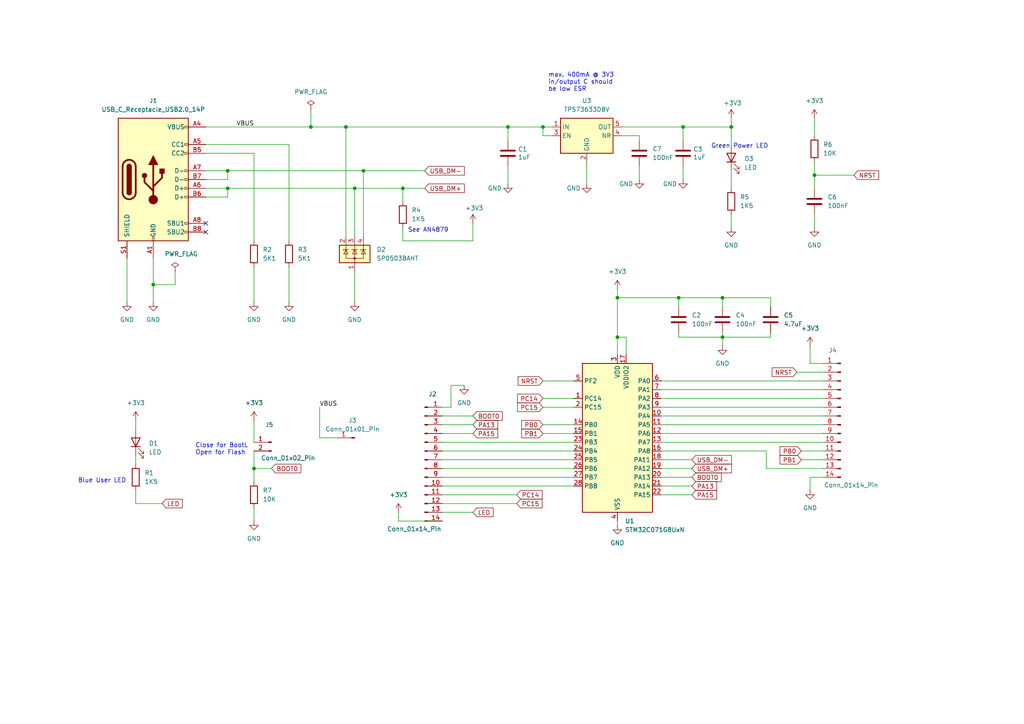
<source format=kicad_sch>
(kicad_sch (version 20231120) (generator "eeschema") (generator_version "8.0")
  (paper "A4")
  (title_block (title "Tiny STM32C071 Development Board") (date "2025-02-05") (rev "0.1") (company "HT-LAB"))
  (lib_symbols
    (symbol "Connector:Conn_01x01_Pin" (pin_names (offset 1.016) hide)
      (property "Reference" "J" (at 0 2.54 0))
      (property "Value" "Conn_01x01_Pin" (at 0 -2.54 0))
      (symbol "Conn_01x01_Pin_1_1"
        (polyline (pts (xy 1.27 0) (xy 0.8636 0)) (stroke (width 0.1524)))
        (rectangle (start 0.8636 0.127) (end 0 -0.127) (stroke (width 0.1524)) (fill (type outline)))
        (pin passive line (at 5.08 0 180) (length 3.81) (name "Pin_1") (number "1"))
      )
    )
    (symbol "Connector:Conn_01x02_Pin" (pin_names (offset 1.016) hide)
      (property "Reference" "J" (at 0 2.54 0))
      (property "Value" "Conn_01x02_Pin" (at 0 -5.08 0))
      (symbol "Conn_01x02_Pin_1_1"
        (polyline (pts (xy 1.27 -2.54) (xy 0.8636 -2.54)) (stroke (width 0.1524)))
        (polyline (pts (xy 1.27 0) (xy 0.8636 0)) (stroke (width 0.1524)))
        (rectangle (start 0.8636 -2.413) (end 0 -2.667) (stroke (width 0.1524)) (fill (type outline)))
        (rectangle (start 0.8636 0.127) (end 0 -0.127) (stroke (width 0.1524)) (fill (type outline)))
        (pin passive line (at 5.08 0 180) (length 3.81) (name "Pin_1") (number "1"))
        (pin passive line (at 5.08 -2.54 180) (length 3.81) (name "Pin_2") (number "2"))
      )
    )
    (symbol "Connector:Conn_01x14_Pin" (pin_names (offset 1.016) hide)
      (property "Reference" "J" (at 0 17.78 0))
      (property "Value" "Conn_01x14_Pin" (at 0 -20.32 0))
      (symbol "Conn_01x14_Pin_1_1"
        (polyline (pts (xy 1.27 -17.78) (xy 0.8636 -17.78)) (stroke (width 0.1524)))
        (polyline (pts (xy 1.27 -15.24) (xy 0.8636 -15.24)) (stroke (width 0.1524)))
        (polyline (pts (xy 1.27 -12.7) (xy 0.8636 -12.7)) (stroke (width 0.1524)))
        (polyline (pts (xy 1.27 -10.16) (xy 0.8636 -10.16)) (stroke (width 0.1524)))
        (polyline (pts (xy 1.27 -7.62) (xy 0.8636 -7.62)) (stroke (width 0.1524)))
        (polyline (pts (xy 1.27 -5.08) (xy 0.8636 -5.08)) (stroke (width 0.1524)))
        (polyline (pts (xy 1.27 -2.54) (xy 0.8636 -2.54)) (stroke (width 0.1524)))
        (polyline (pts (xy 1.27 0) (xy 0.8636 0)) (stroke (width 0.1524)))
        (polyline (pts (xy 1.27 2.54) (xy 0.8636 2.54)) (stroke (width 0.1524)))
        (polyline (pts (xy 1.27 5.08) (xy 0.8636 5.08)) (stroke (width 0.1524)))
        (polyline (pts (xy 1.27 7.62) (xy 0.8636 7.62)) (stroke (width 0.1524)))
        (polyline (pts (xy 1.27 10.16) (xy 0.8636 10.16)) (stroke (width 0.1524)))
        (polyline (pts (xy 1.27 12.7) (xy 0.8636 12.7)) (stroke (width 0.1524)))
        (polyline (pts (xy 1.27 15.24) (xy 0.8636 15.24)) (stroke (width 0.1524)))
        (rectangle (start 0.8636 -17.653) (end 0 -17.907) (stroke (width 0.1524)) (fill (type outline)))
        (rectangle (start 0.8636 -15.113) (end 0 -15.367) (stroke (width 0.1524)) (fill (type outline)))
        (rectangle (start 0.8636 -12.573) (end 0 -12.827) (stroke (width 0.1524)) (fill (type outline)))
        (rectangle (start 0.8636 -10.033) (end 0 -10.287) (stroke (width 0.1524)) (fill (type outline)))
        (rectangle (start 0.8636 -7.493) (end 0 -7.747) (stroke (width 0.1524)) (fill (type outline)))
        (rectangle (start 0.8636 -4.953) (end 0 -5.207) (stroke (width 0.1524)) (fill (type outline)))
        (rectangle (start 0.8636 -2.413) (end 0 -2.667) (stroke (width 0.1524)) (fill (type outline)))
        (rectangle (start 0.8636 0.127) (end 0 -0.127) (stroke (width 0.1524)) (fill (type outline)))
        (rectangle (start 0.8636 2.667) (end 0 2.413) (stroke (width 0.1524)) (fill (type outline)))
        (rectangle (start 0.8636 5.207) (end 0 4.953) (stroke (width 0.1524)) (fill (type outline)))
        (rectangle (start 0.8636 7.747) (end 0 7.493) (stroke (width 0.1524)) (fill (type outline)))
        (rectangle (start 0.8636 10.287) (end 0 10.033) (stroke (width 0.1524)) (fill (type outline)))
        (rectangle (start 0.8636 12.827) (end 0 12.573) (stroke (width 0.1524)) (fill (type outline)))
        (rectangle (start 0.8636 15.367) (end 0 15.113) (stroke (width 0.1524)) (fill (type outline)))
        (pin passive line (at 5.08 15.24 180) (length 3.81) (name "Pin_1") (number "1"))
        (pin passive line (at 5.08 -7.62 180) (length 3.81) (name "Pin_10") (number "10"))
        (pin passive line (at 5.08 -10.16 180) (length 3.81) (name "Pin_11") (number "11"))
        (pin passive line (at 5.08 -12.7 180) (length 3.81) (name "Pin_12") (number "12"))
        (pin passive line (at 5.08 -15.24 180) (length 3.81) (name "Pin_13") (number "13"))
        (pin passive line (at 5.08 -17.78 180) (length 3.81) (name "Pin_14") (number "14"))
        (pin passive line (at 5.08 12.7 180) (length 3.81) (name "Pin_2") (number "2"))
        (pin passive line (at 5.08 10.16 180) (length 3.81) (name "Pin_3") (number "3"))
        (pin passive line (at 5.08 7.62 180) (length 3.81) (name "Pin_4") (number "4"))
        (pin passive line (at 5.08 5.08 180) (length 3.81) (name "Pin_5") (number "5"))
        (pin passive line (at 5.08 2.54 180) (length 3.81) (name "Pin_6") (number "6"))
        (pin passive line (at 5.08 0 180) (length 3.81) (name "Pin_7") (number "7"))
        (pin passive line (at 5.08 -2.54 180) (length 3.81) (name "Pin_8") (number "8"))
        (pin passive line (at 5.08 -5.08 180) (length 3.81) (name "Pin_9") (number "9"))
      )
    )
    (symbol "Connector:USB_C_Receptacle_USB2.0_16P" (pin_names (offset 1.016))
      (property "Reference" "J" (at 0 22.225 0))
      (property "Value" "USB_C_Receptacle_USB2.0_16P" (at 0 19.685 0))
      (symbol "USB_C_Receptacle_USB2.0_16P_0_0"
        (rectangle (start -0.254 -17.78) (end 0.254 -16.764))
        (rectangle (start 10.16 -14.986) (end 9.144 -15.494))
        (rectangle (start 10.16 -12.446) (end 9.144 -12.954))
        (rectangle (start 10.16 -4.826) (end 9.144 -5.334))
        (rectangle (start 10.16 -2.286) (end 9.144 -2.794))
        (rectangle (start 10.16 0.254) (end 9.144 -0.254))
        (rectangle (start 10.16 2.794) (end 9.144 2.286))
        (rectangle (start 10.16 7.874) (end 9.144 7.366))
        (rectangle (start 10.16 10.414) (end 9.144 9.906))
        (rectangle (start 10.16 15.494) (end 9.144 14.986))
      )
      (symbol "USB_C_Receptacle_USB2.0_16P_0_1"
        (rectangle (start -10.16 17.78) (end 10.16 -17.78) (stroke (width 0.254)) (fill (type background)))
        (arc (start -8.89 -3.81) (mid -6.985 -5.7067) (end -5.08 -3.81) (stroke (width 0.508)))
        (arc (start -7.62 -3.81) (mid -6.985 -4.4423) (end -6.35 -3.81) (stroke (width 0.254)))
        (arc (start -7.62 -3.81) (mid -6.985 -4.4423) (end -6.35 -3.81) (stroke (width 0.254)) (fill (type outline)))
        (rectangle (start -7.62 -3.81) (end -6.35 3.81) (stroke (width 0.254)) (fill (type outline)))
        (arc (start -6.35 3.81) (mid -6.985 4.4423) (end -7.62 3.81) (stroke (width 0.254)))
        (arc (start -6.35 3.81) (mid -6.985 4.4423) (end -7.62 3.81) (stroke (width 0.254)) (fill (type outline)))
        (arc (start -5.08 3.81) (mid -6.985 5.7067) (end -8.89 3.81) (stroke (width 0.508)))
        (circle (center -2.54 1.143) (radius 0.635) (stroke (width 0.254)) (fill (type outline)))
        (circle (center 0 -5.842) (radius 1.27) (fill (type outline)))
        (polyline (pts (xy -8.89 -3.81) (xy -8.89 3.81)) (stroke (width 0.508)))
        (polyline (pts (xy -5.08 3.81) (xy -5.08 -3.81)) (stroke (width 0.508)))
        (polyline (pts (xy 0 -5.842) (xy 0 4.318)) (stroke (width 0.508)))
        (polyline (pts (xy 0 -3.302) (xy -2.54 -0.762) (xy -2.54 0.508)) (stroke (width 0.508)))
        (polyline (pts (xy 0 -2.032) (xy 2.54 0.508) (xy 2.54 1.778)) (stroke (width 0.508)))
        (polyline (pts (xy -1.27 4.318) (xy 0 6.858) (xy 1.27 4.318) (xy -1.27 4.318)) (stroke (width 0.254)) (fill (type outline)))
        (rectangle (start 1.905 1.778) (end 3.175 3.048) (stroke (width 0.254)) (fill (type outline)))
      )
      (symbol "USB_C_Receptacle_USB2.0_16P_1_1"
        (pin passive line (at 0 -22.86 90) (length 5.08) (name "GND") (number "A1"))
        (pin passive line (at 0 -22.86 90) (length 5.08) hide (name "GND") (number "A12"))
        (pin passive line (at 15.24 15.24 180) (length 5.08) (name "VBUS") (number "A4"))
        (pin bidirectional line (at 15.24 10.16 180) (length 5.08) (name "CC1") (number "A5"))
        (pin bidirectional line (at 15.24 -2.54 180) (length 5.08) (name "D+") (number "A6"))
        (pin bidirectional line (at 15.24 2.54 180) (length 5.08) (name "D-") (number "A7"))
        (pin bidirectional line (at 15.24 -12.7 180) (length 5.08) (name "SBU1") (number "A8"))
        (pin passive line (at 15.24 15.24 180) (length 5.08) hide (name "VBUS") (number "A9"))
        (pin passive line (at 0 -22.86 90) (length 5.08) hide (name "GND") (number "B1"))
        (pin passive line (at 0 -22.86 90) (length 5.08) hide (name "GND") (number "B12"))
        (pin passive line (at 15.24 15.24 180) (length 5.08) hide (name "VBUS") (number "B4"))
        (pin bidirectional line (at 15.24 7.62 180) (length 5.08) (name "CC2") (number "B5"))
        (pin bidirectional line (at 15.24 -5.08 180) (length 5.08) (name "D+") (number "B6"))
        (pin bidirectional line (at 15.24 0 180) (length 5.08) (name "D-") (number "B7"))
        (pin bidirectional line (at 15.24 -15.24 180) (length 5.08) (name "SBU2") (number "B8"))
        (pin passive line (at 15.24 15.24 180) (length 5.08) hide (name "VBUS") (number "B9"))
        (pin passive line (at -7.62 -22.86 90) (length 5.08) (name "SHIELD") (number "S1"))
      )
    )
    (symbol "Device:C" (pin_numbers hide) (pin_names (offset 0.254))
      (property "Reference" "C" (at 0.635 2.54 0))
      (property "Value" "C" (at 0.635 -2.54 0))
      (symbol "C_0_1"
        (polyline (pts (xy -2.032 -0.762) (xy 2.032 -0.762)) (stroke (width 0.508)))
        (polyline (pts (xy -2.032 0.762) (xy 2.032 0.762)) (stroke (width 0.508)))
      )
      (symbol "C_1_1"
        (pin passive line (at 0 3.81 270) (length 2.794) (name "~") (number "1"))
        (pin passive line (at 0 -3.81 90) (length 2.794) (name "~") (number "2"))
      )
    )
    (symbol "Device:LED" (pin_numbers hide) (pin_names (offset 1.016) hide)
      (property "Reference" "D" (at 0 2.54 0))
      (property "Value" "LED" (at 0 -2.54 0))
      (symbol "LED_0_1"
        (polyline (pts (xy -1.27 -1.27) (xy -1.27 1.27)) (stroke (width 0.254)))
        (polyline (pts (xy -1.27 0) (xy 1.27 0)))
        (polyline (pts (xy 1.27 -1.27) (xy 1.27 1.27) (xy -1.27 0) (xy 1.27 -1.27)) (stroke (width 0.254)))
        (polyline (pts (xy -3.048 -0.762) (xy -4.572 -2.286) (xy -3.81 -2.286) (xy -4.572 -2.286) (xy -4.572 -1.524)))
        (polyline (pts (xy -1.778 -0.762) (xy -3.302 -2.286) (xy -2.54 -2.286) (xy -3.302 -2.286) (xy -3.302 -1.524)))
      )
      (symbol "LED_1_1"
        (pin passive line (at -3.81 0 0) (length 2.54) (name "K") (number "1"))
        (pin passive line (at 3.81 0 180) (length 2.54) (name "A") (number "2"))
      )
    )
    (symbol "Device:R" (pin_numbers hide) (pin_names (offset 0))
      (property "Reference" "R" (at 2.032 0 90))
      (property "Value" "R" (at 0 0 90))
      (symbol "R_0_1"
        (rectangle (start -1.016 -2.54) (end 1.016 2.54) (stroke (width 0.254)))
      )
      (symbol "R_1_1"
        (pin passive line (at 0 3.81 270) (length 1.27) (name "~") (number "1"))
        (pin passive line (at 0 -3.81 90) (length 1.27) (name "~") (number "2"))
      )
    )
    (symbol "MCU_ST_STM32C0:STM32C071G8UxN"
      (property "Reference" "U" (at -10.16 24.13 0))
      (property "Value" "STM32C071G8UxN" (at 5.08 24.13 0))
      (symbol "STM32C071G8UxN_0_1"
        (rectangle (start -10.16 -20.32) (end 10.16 22.86) (stroke (width 0.254)) (fill (type background)))
      )
      (symbol "STM32C071G8UxN_1_1"
        (pin bidirectional line (at -12.7 12.7 0) (length 2.54) (name "PC14") (number "1"))
        (pin bidirectional line (at 12.7 7.62 180) (length 2.54) (name "PA4") (number "10"))
        (pin bidirectional line (at 12.7 5.08 180) (length 2.54) (name "PA5") (number "11"))
        (pin bidirectional line (at 12.7 2.54 180) (length 2.54) (name "PA6") (number "12"))
        (pin bidirectional line (at 12.7 0 180) (length 2.54) (name "PA7") (number "13"))
        (pin bidirectional line (at -12.7 5.08 0) (length 2.54) (name "PB0") (number "14"))
        (pin bidirectional line (at -12.7 2.54 0) (length 2.54) (name "PB1") (number "15"))
        (pin bidirectional line (at 12.7 -2.54 180) (length 2.54) (name "PA8") (number "16"))
        (pin power_in line (at 2.54 25.4 270) (length 2.54) (name "VDDIO2") (number "17"))
        (pin bidirectional line (at 12.7 -5.08 180) (length 2.54) (name "PA11") (number "18"))
        (pin bidirectional line (at 12.7 -7.62 180) (length 2.54) (name "PA12") (number "19"))
        (pin bidirectional line (at -12.7 10.16 0) (length 2.54) (name "PC15") (number "2"))
        (pin bidirectional line (at 12.7 -10.16 180) (length 2.54) (name "PA13") (number "20"))
        (pin bidirectional line (at 12.7 -12.7 180) (length 2.54) (name "PA14") (number "21"))
        (pin bidirectional line (at 12.7 -15.24 180) (length 2.54) (name "PA15") (number "22"))
        (pin bidirectional line (at -12.7 0 0) (length 2.54) (name "PB3") (number "23"))
        (pin bidirectional line (at -12.7 -2.54 0) (length 2.54) (name "PB4") (number "24"))
        (pin bidirectional line (at -12.7 -5.08 0) (length 2.54) (name "PB5") (number "25"))
        (pin bidirectional line (at -12.7 -7.62 0) (length 2.54) (name "PB6") (number "26"))
        (pin bidirectional line (at -12.7 -10.16 0) (length 2.54) (name "PB7") (number "27"))
        (pin bidirectional line (at -12.7 -12.7 0) (length 2.54) (name "PB8") (number "28"))
        (pin power_in line (at 0 25.4 270) (length 2.54) (name "VDD") (number "3"))
        (pin power_in line (at 0 -22.86 90) (length 2.54) (name "VSS") (number "4"))
        (pin bidirectional line (at -12.7 17.78 0) (length 2.54) (name "PF2") (number "5"))
        (pin bidirectional line (at 12.7 17.78 180) (length 2.54) (name "PA0") (number "6"))
        (pin bidirectional line (at 12.7 15.24 180) (length 2.54) (name "PA1") (number "7"))
        (pin bidirectional line (at 12.7 12.7 180) (length 2.54) (name "PA2") (number "8"))
        (pin bidirectional line (at 12.7 10.16 180) (length 2.54) (name "PA3") (number "9"))
      )
    )
    (symbol "Power_Protection:SP0503BAHT" (pin_names hide)
      (property "Reference" "D" (at 5.715 2.54 0))
      (property "Value" "SP0503BAHT" (at 5.715 0.635 0))
      (symbol "SP0503BAHT_0_0"
        (pin passive line (at 0 -5.08 90) (length 2.54) (name "A") (number "1"))
      )
      (symbol "SP0503BAHT_0_1"
        (rectangle (start -4.445 2.54) (end 4.445 -2.54) (stroke (width 0.254)) (fill (type background)))
        (circle (center 0 -1.27) (radius 0.254) (fill (type outline)))
        (polyline (pts (xy -2.54 2.54) (xy -2.54 1.27)))
        (polyline (pts (xy 0 -1.27) (xy 0 -2.54)))
        (polyline (pts (xy 0 -1.27) (xy 0 1.27)))
        (polyline (pts (xy 0 2.54) (xy 0 1.27)))
        (polyline (pts (xy 0.635 1.27) (xy 0.762 1.27)))
        (polyline (pts (xy 2.54 2.54) (xy 2.54 1.27)))
        (polyline (pts (xy 0.635 1.27) (xy -0.762 1.27) (xy -0.762 1.016)))
        (polyline (pts (xy -3.302 1.016) (xy -3.302 1.27) (xy -1.905 1.27) (xy -1.778 1.27)))
        (polyline (pts (xy -2.54 1.27) (xy -2.54 -1.27) (xy 2.54 -1.27) (xy 2.54 1.27)))
        (polyline (pts (xy -2.54 1.27) (xy -1.905 0) (xy -3.175 0) (xy -2.54 1.27)))
        (polyline (pts (xy 0.635 0) (xy -0.635 0) (xy 0 1.27) (xy 0.635 0)))
        (polyline (pts (xy 1.778 1.016) (xy 1.778 1.27) (xy 3.175 1.27) (xy 3.302 1.27)))
        (polyline (pts (xy 2.54 1.27) (xy 1.905 0) (xy 3.175 0) (xy 2.54 1.27)))
      )
      (symbol "SP0503BAHT_1_1"
        (pin passive line (at -2.54 5.08 270) (length 2.54) (name "K") (number "2"))
        (pin passive line (at 0 5.08 270) (length 2.54) (name "K") (number "3"))
        (pin passive line (at 2.54 5.08 270) (length 2.54) (name "K") (number "4"))
      )
    )
    (symbol "Regulator_Linear:TPS73633DBV"
      (property "Reference" "U" (at -6.35 6.35 0))
      (property "Value" "TPS73633DBV" (at 1.27 6.35 0))
      (symbol "TPS73633DBV_0_1"
        (rectangle (start -7.62 -5.08) (end 7.62 5.08) (stroke (width 0.254)) (fill (type background)))
      )
      (symbol "TPS73633DBV_1_1"
        (pin power_in line (at -10.16 2.54 0) (length 2.54) (name "IN") (number "1"))
        (pin power_in line (at 0 -7.62 90) (length 2.54) (name "GND") (number "2"))
        (pin input line (at -10.16 0 0) (length 2.54) (name "EN") (number "3"))
        (pin passive line (at 10.16 0 180) (length 2.54) (name "NR") (number "4"))
        (pin power_out line (at 10.16 2.54 180) (length 2.54) (name "OUT") (number "5"))
      )
    )
    (symbol "power:+3V3" (power) (pin_numbers hide) (pin_names (offset 0) hide)
      (property "Value" "+3V3" (at 0 3.556 0))
      (symbol "+3V3_0_1"
        (polyline (pts (xy -0.762 1.27) (xy 0 2.54)))
        (polyline (pts (xy 0 0) (xy 0 2.54)))
        (polyline (pts (xy 0 2.54) (xy 0.762 1.27)))
      )
      (symbol "+3V3_1_1"
        (pin power_in line (at 0 0 90) (length 0) (name "~") (number "1"))
      )
    )
    (symbol "power:GND" (power) (pin_numbers hide) (pin_names (offset 0) hide)
      (property "Value" "GND" (at 0 -3.81 0))
      (symbol "GND_0_1"
        (polyline (pts (xy 0 0) (xy 0 -1.27) (xy 1.27 -1.27) (xy 0 -2.54) (xy -1.27 -1.27) (xy 0 -1.27)))
      )
      (symbol "GND_1_1"
        (pin power_in line (at 0 0 270) (length 0) (name "~") (number "1"))
      )
    )
    (symbol "power:PWR_FLAG" (power) (pin_numbers hide) (pin_names (offset 0) hide)
      (property "Value" "PWR_FLAG" (at 0 3.81 0))
      (symbol "PWR_FLAG_0_0"
        (pin power_out line (at 0 0 90) (length 0) (name "~") (number "1"))
      )
      (symbol "PWR_FLAG_0_1"
        (polyline (pts (xy 0 0) (xy 0 1.27) (xy -1.016 1.905) (xy 0 2.54) (xy 1.016 1.905) (xy 0 1.27)))
      )
    )
  )
  (junction (at 100.33 36.83))
  (junction (at 209.55 97.79))
  (junction (at 236.22 50.8))
  (junction (at 44.45 82.55))
  (junction (at 73.66 135.89))
  (junction (at 196.85 86.36))
  (junction (at 66.04 54.61))
  (junction (at 116.84 54.61))
  (junction (at 102.87 54.61))
  (junction (at 179.07 97.79))
  (junction (at 212.09 36.83))
  (junction (at 179.07 86.36))
  (junction (at 157.48 36.83))
  (junction (at 209.55 86.36))
  (junction (at 105.41 49.53))
  (junction (at 66.04 49.53))
  (junction (at 147.32 36.83))
  (junction (at 90.17 36.83))
  (junction (at 198.12 36.83))
  (no_connect (at 59.69 67.31))
  (no_connect (at 59.69 64.77))
  (wire (pts (xy 39.37 142.24) (xy 39.37 146.05)))
  (wire (pts (xy 36.83 74.93) (xy 36.83 87.63)))
  (wire (pts (xy 128.27 135.89) (xy 166.37 135.89)))
  (wire (pts (xy 73.66 121.92) (xy 73.66 128.27)))
  (wire (pts (xy 59.69 41.91) (xy 83.82 41.91)))
  (wire (pts (xy 50.8 82.55) (xy 44.45 82.55)))
  (wire (pts (xy 128.27 118.11) (xy 130.81 118.11)))
  (wire (pts (xy 198.12 36.83) (xy 198.12 40.64)))
  (wire (pts (xy 209.55 88.9) (xy 209.55 86.36)))
  (wire (pts (xy 59.69 52.07) (xy 66.04 52.07)))
  (wire (pts (xy 102.87 54.61) (xy 102.87 68.58)))
  (wire (pts (xy 185.42 39.37) (xy 185.42 40.64)))
  (wire (pts (xy 223.52 96.52) (xy 223.52 97.79)))
  (wire (pts (xy 223.52 88.9) (xy 223.52 86.36)))
  (wire (pts (xy 105.41 49.53) (xy 105.41 68.58)))
  (wire (pts (xy 115.57 151.13) (xy 115.57 148.59)))
  (wire (pts (xy 191.77 110.49) (xy 238.76 110.49)))
  (wire (pts (xy 234.95 138.43) (xy 234.95 142.24)))
  (wire (pts (xy 73.66 135.89) (xy 73.66 139.7)))
  (wire (pts (xy 59.69 49.53) (xy 66.04 49.53)))
  (wire (pts (xy 50.8 78.74) (xy 50.8 82.55)))
  (wire (pts (xy 170.18 46.99) (xy 170.18 53.34)))
  (wire (pts (xy 90.17 36.83) (xy 59.69 36.83)))
  (wire (pts (xy 198.12 48.26) (xy 198.12 52.07)))
  (wire (pts (xy 157.48 36.83) (xy 160.02 36.83)))
  (wire (pts (xy 128.27 151.13) (xy 115.57 151.13)))
  (wire (pts (xy 209.55 97.79) (xy 196.85 97.79)))
  (wire (pts (xy 105.41 49.53) (xy 123.19 49.53)))
  (wire (pts (xy 191.77 140.97) (xy 200.66 140.97)))
  (wire (pts (xy 157.48 110.49) (xy 166.37 110.49)))
  (wire (pts (xy 157.48 118.11) (xy 166.37 118.11)))
  (wire (pts (xy 209.55 96.52) (xy 209.55 97.79)))
  (wire (pts (xy 128.27 140.97) (xy 166.37 140.97)))
  (wire (pts (xy 128.27 133.35) (xy 166.37 133.35)))
  (wire (pts (xy 191.77 113.03) (xy 238.76 113.03)))
  (wire (pts (xy 179.07 97.79) (xy 179.07 102.87)))
  (wire (pts (xy 157.48 123.19) (xy 166.37 123.19)))
  (wire (pts (xy 116.84 66.04) (xy 116.84 69.85)))
  (wire (pts (xy 66.04 49.53) (xy 105.41 49.53)))
  (wire (pts (xy 231.14 107.95) (xy 238.76 107.95)))
  (wire (pts (xy 102.87 78.74) (xy 102.87 87.63)))
  (wire (pts (xy 191.77 118.11) (xy 238.76 118.11)))
  (wire (pts (xy 59.69 44.45) (xy 73.66 44.45)))
  (wire (pts (xy 83.82 41.91) (xy 83.82 69.85)))
  (wire (pts (xy 39.37 121.92) (xy 39.37 124.46)))
  (wire (pts (xy 191.77 130.81) (xy 222.25 130.81)))
  (wire (pts (xy 181.61 102.87) (xy 181.61 97.79)))
  (wire (pts (xy 130.81 118.11) (xy 130.81 111.76)))
  (wire (pts (xy 236.22 50.8) (xy 236.22 54.61)))
  (wire (pts (xy 232.41 133.35) (xy 238.76 133.35)))
  (wire (pts (xy 180.34 36.83) (xy 198.12 36.83)))
  (wire (pts (xy 128.27 143.51) (xy 149.86 143.51)))
  (wire (pts (xy 179.07 86.36) (xy 179.07 97.79)))
  (wire (pts (xy 191.77 133.35) (xy 200.66 133.35)))
  (wire (pts (xy 100.33 36.83) (xy 90.17 36.83)))
  (wire (pts (xy 147.32 48.26) (xy 147.32 53.34)))
  (wire (pts (xy 157.48 125.73) (xy 166.37 125.73)))
  (wire (pts (xy 92.71 118.11) (xy 92.71 127)))
  (wire (pts (xy 236.22 34.29) (xy 236.22 39.37)))
  (wire (pts (xy 179.07 83.82) (xy 179.07 86.36)))
  (wire (pts (xy 191.77 125.73) (xy 238.76 125.73)))
  (wire (pts (xy 128.27 148.59) (xy 137.16 148.59)))
  (wire (pts (xy 83.82 77.47) (xy 83.82 87.63)))
  (wire (pts (xy 212.09 36.83) (xy 212.09 41.91)))
  (wire (pts (xy 222.25 135.89) (xy 238.76 135.89)))
  (wire (pts (xy 191.77 128.27) (xy 238.76 128.27)))
  (wire (pts (xy 128.27 128.27) (xy 166.37 128.27)))
  (wire (pts (xy 128.27 125.73) (xy 137.16 125.73)))
  (wire (pts (xy 66.04 54.61) (xy 102.87 54.61)))
  (wire (pts (xy 196.85 86.36) (xy 209.55 86.36)))
  (wire (pts (xy 78.74 135.89) (xy 73.66 135.89)))
  (wire (pts (xy 128.27 138.43) (xy 166.37 138.43)))
  (wire (pts (xy 147.32 36.83) (xy 147.32 40.64)))
  (wire (pts (xy 236.22 46.99) (xy 236.22 50.8)))
  (wire (pts (xy 59.69 54.61) (xy 66.04 54.61)))
  (wire (pts (xy 116.84 69.85) (xy 137.16 69.85)))
  (wire (pts (xy 196.85 86.36) (xy 196.85 88.9)))
  (wire (pts (xy 130.81 111.76) (xy 134.62 111.76)))
  (wire (pts (xy 128.27 123.19) (xy 137.16 123.19)))
  (wire (pts (xy 73.66 130.81) (xy 73.66 135.89)))
  (wire (pts (xy 157.48 39.37) (xy 157.48 36.83)))
  (wire (pts (xy 128.27 130.81) (xy 166.37 130.81)))
  (wire (pts (xy 223.52 86.36) (xy 209.55 86.36)))
  (wire (pts (xy 212.09 36.83) (xy 212.09 34.29)))
  (wire (pts (xy 191.77 120.65) (xy 238.76 120.65)))
  (wire (pts (xy 196.85 97.79) (xy 196.85 96.52)))
  (wire (pts (xy 179.07 151.13) (xy 179.07 152.4)))
  (wire (pts (xy 147.32 36.83) (xy 157.48 36.83)))
  (wire (pts (xy 191.77 143.51) (xy 200.66 143.51)))
  (wire (pts (xy 73.66 147.32) (xy 73.66 151.13)))
  (wire (pts (xy 128.27 146.05) (xy 149.86 146.05)))
  (wire (pts (xy 97.79 127) (xy 92.71 127)))
  (wire (pts (xy 90.17 31.75) (xy 90.17 36.83)))
  (wire (pts (xy 137.16 64.77) (xy 137.16 69.85)))
  (wire (pts (xy 212.09 49.53) (xy 212.09 54.61)))
  (wire (pts (xy 180.34 39.37) (xy 185.42 39.37)))
  (wire (pts (xy 39.37 146.05) (xy 46.99 146.05)))
  (wire (pts (xy 191.77 135.89) (xy 200.66 135.89)))
  (wire (pts (xy 66.04 52.07) (xy 66.04 49.53)))
  (wire (pts (xy 236.22 50.8) (xy 247.65 50.8)))
  (wire (pts (xy 209.55 97.79) (xy 209.55 100.33)))
  (wire (pts (xy 116.84 54.61) (xy 123.19 54.61)))
  (wire (pts (xy 234.95 105.41) (xy 234.95 100.33)))
  (wire (pts (xy 191.77 123.19) (xy 238.76 123.19)))
  (wire (pts (xy 39.37 132.08) (xy 39.37 134.62)))
  (wire (pts (xy 44.45 74.93) (xy 44.45 82.55)))
  (wire (pts (xy 238.76 105.41) (xy 234.95 105.41)))
  (wire (pts (xy 73.66 44.45) (xy 73.66 69.85)))
  (wire (pts (xy 73.66 77.47) (xy 73.66 87.63)))
  (wire (pts (xy 198.12 36.83) (xy 212.09 36.83)))
  (wire (pts (xy 222.25 130.81) (xy 222.25 135.89)))
  (wire (pts (xy 181.61 97.79) (xy 179.07 97.79)))
  (wire (pts (xy 128.27 120.65) (xy 137.16 120.65)))
  (wire (pts (xy 116.84 54.61) (xy 116.84 58.42)))
  (wire (pts (xy 238.76 138.43) (xy 234.95 138.43)))
  (wire (pts (xy 160.02 39.37) (xy 157.48 39.37)))
  (wire (pts (xy 179.07 86.36) (xy 196.85 86.36)))
  (wire (pts (xy 212.09 62.23) (xy 212.09 66.04)))
  (wire (pts (xy 59.69 57.15) (xy 66.04 57.15)))
  (wire (pts (xy 191.77 115.57) (xy 238.76 115.57)))
  (wire (pts (xy 191.77 138.43) (xy 200.66 138.43)))
  (wire (pts (xy 236.22 62.23) (xy 236.22 66.04)))
  (wire (pts (xy 44.45 82.55) (xy 44.45 87.63)))
  (wire (pts (xy 223.52 97.79) (xy 209.55 97.79)))
  (wire (pts (xy 100.33 68.58) (xy 100.33 36.83)))
  (wire (pts (xy 66.04 57.15) (xy 66.04 54.61)))
  (wire (pts (xy 232.41 130.81) (xy 238.76 130.81)))
  (wire (pts (xy 100.33 36.83) (xy 147.32 36.83)))
  (wire (pts (xy 102.87 54.61) (xy 116.84 54.61)))
  (wire (pts (xy 157.48 115.57) (xy 166.37 115.57)))
  (wire (pts (xy 185.42 48.26) (xy 185.42 52.07)))
  (text "Close for BootL\nOpen for Flash" (at 56.642 132.08 0) (effects (font (size 1.27 1.27)) (justify left bottom)))
  (text "max. 400mA @ 3V3\nin/output C should\nbe low ESR" (at 159.004 26.67 0) (effects (font (size 1.27 1.27)) (justify left bottom)))
  (text "Blue User LED" (at 22.606 140.208 0) (effects (font (size 1.27 1.27)) (justify left bottom)))
  (text "See AN4879" (at 124.206 66.802 0) (effects (font (size 1.27 1.27))))
  (text "Green Power LED" (at 206.248 43.18 0) (effects (font (size 1.27 1.27)) (justify left bottom)))
  (label "VBUS" (at 68.58 36.83 0))
  (label "VBUS" (at 92.71 118.11 0))
  (global_label "LED" (shape input) (at 137.16 148.59 0) (property "Intersheetrefs" "${INTERSHEET_REFS}" (effects (hide yes))))
  (global_label "PA13" (shape input) (at 200.66 140.97 0) (property "Intersheetrefs" "${INTERSHEET_REFS}" (effects (hide yes))))
  (global_label "BOOT0" (shape input) (at 137.16 120.65 0) (property "Intersheetrefs" "${INTERSHEET_REFS}" (effects (hide yes))))
  (global_label "USB_DM+" (shape input) (at 200.66 135.89 0) (property "Intersheetrefs" "${INTERSHEET_REFS}" (effects (hide yes))))
  (global_label "PA15" (shape input) (at 137.16 125.73 0) (property "Intersheetrefs" "${INTERSHEET_REFS}" (effects (hide yes))))
  (global_label "NRST" (shape input) (at 247.65 50.8 0) (property "Intersheetrefs" "${INTERSHEET_REFS}" (effects (hide yes))))
  (global_label "USB_DM+" (shape input) (at 123.19 54.61 0) (property "Intersheetrefs" "${INTERSHEET_REFS}" (effects (hide yes))))
  (global_label "BOOT0" (shape input) (at 200.66 138.43 0) (property "Intersheetrefs" "${INTERSHEET_REFS}" (effects (hide yes))))
  (global_label "PC14" (shape input) (at 149.86 143.51 0) (property "Intersheetrefs" "${INTERSHEET_REFS}" (effects (hide yes))))
  (global_label "PA15" (shape input) (at 200.66 143.51 0) (property "Intersheetrefs" "${INTERSHEET_REFS}" (effects (hide yes))))
  (global_label "PB1" (shape input) (at 232.41 133.35 180) (property "Intersheetrefs" "${INTERSHEET_REFS}" (effects (hide yes))))
  (global_label "PB0" (shape input) (at 157.48 123.19 180) (property "Intersheetrefs" "${INTERSHEET_REFS}" (effects (hide yes))))
  (global_label "BOOT0" (shape input) (at 78.74 135.89 0) (property "Intersheetrefs" "${INTERSHEET_REFS}" (effects (hide yes))))
  (global_label "PB0" (shape input) (at 232.41 130.81 180) (property "Intersheetrefs" "${INTERSHEET_REFS}" (effects (hide yes))))
  (global_label "NRST" (shape input) (at 231.14 107.95 180) (property "Intersheetrefs" "${INTERSHEET_REFS}" (effects (hide yes))))
  (global_label "PC15" (shape input) (at 157.48 118.11 180) (property "Intersheetrefs" "${INTERSHEET_REFS}" (effects (hide yes))))
  (global_label "USB_DM-" (shape input) (at 123.19 49.53 0) (property "Intersheetrefs" "${INTERSHEET_REFS}" (effects (hide yes))))
  (global_label "PC15" (shape input) (at 149.86 146.05 0) (property "Intersheetrefs" "${INTERSHEET_REFS}" (effects (hide yes))))
  (global_label "PC14" (shape input) (at 157.48 115.57 180) (property "Intersheetrefs" "${INTERSHEET_REFS}" (effects (hide yes))))
  (global_label "LED" (shape input) (at 46.99 146.05 0) (property "Intersheetrefs" "${INTERSHEET_REFS}" (effects (hide yes))))
  (global_label "NRST" (shape input) (at 157.48 110.49 180) (property "Intersheetrefs" "${INTERSHEET_REFS}" (effects (hide yes))))
  (global_label "PA13" (shape input) (at 137.16 123.19 0) (property "Intersheetrefs" "${INTERSHEET_REFS}" (effects (hide yes))))
  (global_label "USB_DM-" (shape input) (at 200.66 133.35 0) (property "Intersheetrefs" "${INTERSHEET_REFS}" (effects (hide yes))))
  (global_label "PB1" (shape input) (at 157.48 125.73 180) (property "Intersheetrefs" "${INTERSHEET_REFS}" (effects (hide yes))))
  (symbol (lib_id "power:GND") (at 234.95 142.24 0) (unit 1)
    (property "Reference" "#PWR020" (effects (hide yes)))
    (property "Value" "GND" (at 234.95 147.32 0))
    (property "Description" "Power symbol creates a global label with name \"GND\" , ground" (effects (hide yes)))
  )
  (symbol (lib_id "Power_Protection:SP0503BAHT") (at 102.87 73.66 0) (unit 1)
    (property "Reference" "D2" (at 109.22 72.3899 0) (effects (justify left)))
    (property "Value" "SP0503BAHT" (at 109.22 74.9299 0) (effects (justify left)))
    (property "Footprint" "Package_TO_SOT_SMD:SOT-143" (effects (hide yes)))
    (property "Datasheet" "http://www.littelfuse.com/~/media/files/littelfuse/technical%20resources/documents/data%20sheets/sp05xxba.pdf" (effects (hide yes)))
    (property "Description" "TVS Diode Array, 5.5V Standoff, 3 Channels, SOT-143 package" (effects (hide yes)))
  )
  (symbol (lib_id "power:GND") (at 170.18 53.34 0) (unit 1)
    (property "Reference" "#PWR013" (effects (hide yes)))
    (property "Value" "GND" (at 166.37 54.61 0))
  )
  (symbol (lib_id "Device:R") (at 73.66 143.51 0) (unit 1)
    (property "Reference" "R7" (at 76.2 142.2399 0) (effects (justify left)))
    (property "Value" "10K" (at 76.2 144.7799 0) (effects (justify left)))
    (property "Footprint" "Resistor_SMD:R_0402_1005Metric" (effects (hide yes)))
    (property "Description" "Resistor" (effects (hide yes)))
  )
  (symbol (lib_id "Device:C") (at 236.22 58.42 0) (unit 1)
    (property "Reference" "C6" (at 240.03 57.1499 0) (effects (justify left)))
    (property "Value" "100nF" (at 240.03 59.6899 0) (effects (justify left)))
    (property "Footprint" "Capacitor_SMD:C_0402_1005Metric" (effects (hide yes)))
    (property "Description" "Unpolarized capacitor" (effects (hide yes)))
  )
  (symbol (lib_id "Device:C") (at 147.32 44.45 0) (unit 1)
    (property "Reference" "C1" (at 150.241 43.2816 0) (effects (justify left)))
    (property "Value" "1uF" (at 150.241 45.593 0) (effects (justify left)))
    (property "Footprint" "Capacitor_SMD:C_0805_2012Metric" (effects (hide yes)))
  )
  (symbol (lib_id "Connector:USB_C_Receptacle_USB2.0_16P") (at 44.45 52.07 0) (unit 1)
    (property "Reference" "J1" (at 44.45 29.21 0))
    (property "Value" "USB_C_Receptacle_USB2.0_14P" (at 44.45 31.75 0))
    (property "Footprint" "ht-lab:USB_C_Receptacle_G-Switch_GT-USB-7010ASV_mod" (effects (hide yes)))
    (property "Datasheet" "https://www.usb.org/sites/default/files/documents/usb_type-c.zip" (effects (hide yes)))
    (property "Description" "USB 2.0-only 16P Type-C Receptacle connector" (effects (hide yes)))
  )
  (symbol (lib_id "power:GND") (at 83.82 87.63 0) (unit 1)
    (property "Reference" "#PWR05" (effects (hide yes)))
    (property "Value" "GND" (at 83.82 92.71 0))
    (property "Description" "Power symbol creates a global label with name \"GND\" , ground" (effects (hide yes)))
  )
  (symbol (lib_id "power:+3V3") (at 115.57 148.59 0) (unit 1)
    (property "Reference" "#PWR07" (effects (hide yes)))
    (property "Value" "+3V3" (at 115.57 143.51 0))
    (property "Description" "Power symbol creates a global label with name \"+3V3\"" (effects (hide yes)))
  )
  (symbol (lib_id "Device:R") (at 212.09 58.42 0) (unit 1)
    (property "Reference" "R5" (at 214.63 57.1499 0) (effects (justify left)))
    (property "Value" "1K5" (at 214.63 59.6899 0) (effects (justify left)))
    (property "Footprint" "Resistor_SMD:R_0402_1005Metric" (effects (hide yes)))
    (property "Description" "Resistor" (effects (hide yes)))
  )
  (symbol (lib_id "power:GND") (at 73.66 87.63 0) (unit 1)
    (property "Reference" "#PWR04" (effects (hide yes)))
    (property "Value" "GND" (at 73.66 92.71 0))
    (property "Description" "Power symbol creates a global label with name \"GND\" , ground" (effects (hide yes)))
  )
  (symbol (lib_id "Device:R") (at 39.37 138.43 0) (unit 1)
    (property "Reference" "R1" (at 41.91 137.1599 0) (effects (justify left)))
    (property "Value" "1K5" (at 41.91 139.6999 0) (effects (justify left)))
    (property "Footprint" "Resistor_SMD:R_0402_1005Metric" (effects (hide yes)))
    (property "Description" "Resistor" (effects (hide yes)))
  )
  (symbol (lib_id "Device:C") (at 196.85 92.71 0) (unit 1)
    (property "Reference" "C2" (at 200.66 91.4399 0) (effects (justify left)))
    (property "Value" "100nF" (at 200.66 93.9799 0) (effects (justify left)))
    (property "Footprint" "Capacitor_SMD:C_0402_1005Metric" (effects (hide yes)))
    (property "Description" "Unpolarized capacitor" (effects (hide yes)))
  )
  (symbol (lib_id "Device:C") (at 185.42 44.45 0) (unit 1)
    (property "Reference" "C7" (at 189.23 43.1799 0) (effects (justify left)))
    (property "Value" "100nF" (at 189.23 45.7199 0) (effects (justify left)))
    (property "Footprint" "Capacitor_SMD:C_0402_1005Metric" (effects (hide yes)))
    (property "Description" "Unpolarized capacitor" (effects (hide yes)))
  )
  (symbol (lib_id "Connector:Conn_01x14_Pin") (at 123.19 133.35 0) (unit 1)
    (property "Reference" "J2" (at 125.476 114.3 0))
    (property "Value" "Conn_01x14_Pin" (at 120.142 153.416 0))
    (property "Footprint" "Connector_PinHeader_2.54mm:PinHeader_1x14_P2.54mm_Vertical" (effects (hide yes)))
    (property "Description" "Generic connector, single row, 01x14, script generated" (effects (hide yes)))
  )
  (symbol (lib_id "Device:C") (at 209.55 92.71 0) (unit 1)
    (property "Reference" "C4" (at 213.36 91.4399 0) (effects (justify left)))
    (property "Value" "100nF" (at 213.36 93.9799 0) (effects (justify left)))
    (property "Footprint" "Capacitor_SMD:C_0402_1005Metric" (effects (hide yes)))
    (property "Description" "Unpolarized capacitor" (effects (hide yes)))
  )
  (symbol (lib_id "power:GND") (at 198.12 52.07 0) (unit 1)
    (property "Reference" "#PWR014" (effects (hide yes)))
    (property "Value" "GND" (at 194.31 53.34 0))
  )
  (symbol (lib_id "power:GND") (at 236.22 66.04 0) (unit 1)
    (property "Reference" "#PWR019" (effects (hide yes)))
    (property "Value" "GND" (at 236.22 71.12 0))
    (property "Description" "Power symbol creates a global label with name \"GND\" , ground" (effects (hide yes)))
  )
  (symbol (lib_id "power:PWR_FLAG") (at 50.8 78.74 0) (unit 1)
    (property "Reference" "#FLG01" (effects (hide yes)))
    (property "Value" "PWR_FLAG" (at 52.578 73.66 0))
    (property "Description" "Special symbol for telling ERC where power comes from" (effects (hide yes)))
  )
  (symbol (lib_id "power:GND") (at 179.07 152.4 0) (unit 1)
    (property "Reference" "#PWR012" (effects (hide yes)))
    (property "Value" "GND" (at 179.07 157.48 0))
    (property "Description" "Power symbol creates a global label with name \"GND\" , ground" (effects (hide yes)))
  )
  (symbol (lib_id "Device:C") (at 223.52 92.71 0) (unit 1)
    (property "Reference" "C5" (at 227.33 91.4399 0) (effects (justify left)))
    (property "Value" "4.7uF" (at 227.33 93.9799 0) (effects (justify left)))
    (property "Footprint" "Capacitor_SMD:C_0805_2012Metric" (effects (hide yes)))
    (property "Description" "Unpolarized capacitor" (effects (hide yes)))
  )
  (symbol (lib_id "power:+3V3") (at 179.07 83.82 0) (unit 1)
    (property "Reference" "#PWR011" (effects (hide yes)))
    (property "Value" "+3V3" (at 179.07 78.74 0))
    (property "Description" "Power symbol creates a global label with name \"+3V3\"" (effects (hide yes)))
  )
  (symbol (lib_id "Device:LED") (at 212.09 45.72 90) (unit 1)
    (property "Reference" "D3" (at 215.9 46.0374 90) (effects (justify right)))
    (property "Value" "LED" (at 215.9 48.5774 90) (effects (justify right)))
    (property "Footprint" "LED_SMD:LED_0603_1608Metric" (effects (hide yes)))
    (property "Description" "Light emitting diode" (effects (hide yes)))
  )
  (symbol (lib_id "power:GND") (at 212.09 66.04 0) (unit 1)
    (property "Reference" "#PWR017" (effects (hide yes)))
    (property "Value" "GND" (at 212.09 71.12 0))
    (property "Description" "Power symbol creates a global label with name \"GND\" , ground" (effects (hide yes)))
  )
  (symbol (lib_id "Regulator_Linear:TPS73633DBV") (at 170.18 39.37 0) (unit 1)
    (property "Reference" "U3" (at 170.18 29.21 0))
    (property "Value" "TPS73633DBV" (at 170.18 31.75 0))
    (property "Footprint" "Package_TO_SOT_SMD:SOT-23-5" (effects (hide yes)))
    (property "Datasheet" "http://www.ti.com/lit/ds/symlink/tps736.pdf" (effects (hide yes)))
    (property "Description" "Cap free NMOS 400mA Low Drop 3.3V Regulator, SOT-23-5" (effects (hide yes)))
  )
  (symbol (lib_id "power:+3V3") (at 234.95 100.33 0) (unit 1)
    (property "Reference" "#PWR021" (effects (hide yes)))
    (property "Value" "+3V3" (at 234.95 95.25 0))
    (property "Description" "Power symbol creates a global label with name \"+3V3\"" (effects (hide yes)))
  )
  (symbol (lib_id "Connector:Conn_01x02_Pin") (at 78.74 128.27 0) (mirror y) (unit 1)
    (property "Reference" "J5" (at 78.105 123.19 0))
    (property "Value" "Conn_01x02_Pin" (at 83.566 132.842 0))
    (property "Footprint" "Connector_PinHeader_1.00mm:PinHeader_1x02_P1.00mm_Vertical" (effects (hide yes)))
    (property "Description" "Generic connector, single row, 01x02, script generated" (effects (hide yes)))
  )
  (symbol (lib_id "Device:R") (at 116.84 62.23 0) (unit 1)
    (property "Reference" "R4" (at 119.38 60.9599 0) (effects (justify left)))
    (property "Value" "1K5" (at 119.38 63.4999 0) (effects (justify left)))
    (property "Footprint" "Resistor_SMD:R_0402_1005Metric" (effects (hide yes)))
    (property "Description" "Resistor" (effects (hide yes)))
  )
  (symbol (lib_id "power:+3V3") (at 212.09 34.29 0) (unit 1)
    (property "Reference" "#PWR016" (effects (hide yes)))
    (property "Value" "+3V3" (at 212.471 29.8958 0))
  )
  (symbol (lib_id "Device:C") (at 198.12 44.45 0) (unit 1)
    (property "Reference" "C3" (at 201.041 43.2816 0) (effects (justify left)))
    (property "Value" "1uF" (at 201.041 45.593 0) (effects (justify left)))
    (property "Footprint" "Capacitor_SMD:C_0805_2012Metric" (effects (hide yes)))
  )
  (symbol (lib_id "power:+3V3") (at 236.22 34.29 0) (unit 1)
    (property "Reference" "#PWR018" (effects (hide yes)))
    (property "Value" "+3V3" (at 236.22 29.21 0))
    (property "Description" "Power symbol creates a global label with name \"+3V3\"" (effects (hide yes)))
  )
  (symbol (lib_id "power:GND") (at 185.42 52.07 0) (unit 1)
    (property "Reference" "#PWR022" (effects (hide yes)))
    (property "Value" "GND" (at 181.61 53.34 0))
  )
  (symbol (lib_id "power:+3V3") (at 137.16 64.77 0) (unit 1)
    (property "Reference" "#PWR09" (effects (hide yes)))
    (property "Value" "+3V3" (at 137.541 60.3758 0))
  )
  (symbol (lib_id "power:GND") (at 44.45 87.63 0) (unit 1)
    (property "Reference" "#PWR02" (effects (hide yes)))
    (property "Value" "GND" (at 44.45 92.71 0))
    (property "Description" "Power symbol creates a global label with name \"GND\" , ground" (effects (hide yes)))
  )
  (symbol (lib_id "Connector:Conn_01x01_Pin") (at 102.87 127 0) (mirror y) (unit 1)
    (property "Reference" "J3" (at 102.235 121.92 0))
    (property "Value" "Conn_01x01_Pin" (at 102.235 124.46 0))
    (property "Footprint" "Connector_PinHeader_1.00mm:PinHeader_1x01_P1.00mm_Vertical" (effects (hide yes)))
    (property "Description" "Generic connector, single row, 01x01, script generated" (effects (hide yes)))
  )
  (symbol (lib_id "Device:R") (at 73.66 73.66 0) (unit 1)
    (property "Reference" "R2" (at 76.2 72.3899 0) (effects (justify left)))
    (property "Value" "5K1" (at 76.2 74.9299 0) (effects (justify left)))
    (property "Footprint" "Resistor_SMD:R_0402_1005Metric" (effects (hide yes)))
    (property "Description" "Resistor" (effects (hide yes)))
  )
  (symbol (lib_id "power:GND") (at 36.83 87.63 0) (unit 1)
    (property "Reference" "#PWR01" (effects (hide yes)))
    (property "Value" "GND" (at 36.83 92.71 0))
    (property "Description" "Power symbol creates a global label with name \"GND\" , ground" (effects (hide yes)))
  )
  (symbol (lib_id "power:GND") (at 134.62 111.76 0) (unit 1)
    (property "Reference" "#PWR08" (effects (hide yes)))
    (property "Value" "GND" (at 134.62 116.84 0))
    (property "Description" "Power symbol creates a global label with name \"GND\" , ground" (effects (hide yes)))
  )
  (symbol (lib_id "MCU_ST_STM32C0:STM32C071G8UxN") (at 179.07 128.27 0) (unit 1)
    (property "Reference" "U1" (at 181.2641 151.13 0) (effects (justify left)))
    (property "Value" "STM32C071G8UxN" (at 181.2641 153.67 0) (effects (justify left)))
    (property "Footprint" "Package_DFN_QFN:QFN-28_4x4mm_P0.5mm" (effects (hide yes)))
    (property "Datasheet" "https://www.st.com/resource/en/datasheet/stm32c071g8.pdf" (effects (hide yes)))
    (property "Description" "STMicroelectronics Arm Cortex-M0+ MCU, 64KB flash, 24KB RAM, 25 GPIO, UFQFPN28_N" (effects (hide yes)))
  )
  (symbol (lib_id "Device:R") (at 83.82 73.66 0) (unit 1)
    (property "Reference" "R3" (at 86.36 72.3899 0) (effects (justify left)))
    (property "Value" "5K1" (at 86.36 74.9299 0) (effects (justify left)))
    (property "Footprint" "Resistor_SMD:R_0402_1005Metric" (effects (hide yes)))
    (property "Description" "Resistor" (effects (hide yes)))
  )
  (symbol (lib_id "power:+3V3") (at 73.66 121.92 0) (unit 1)
    (property "Reference" "#PWR024" (effects (hide yes)))
    (property "Value" "+3V3" (at 73.66 116.84 0))
    (property "Description" "Power symbol creates a global label with name \"+3V3\"" (effects (hide yes)))
  )
  (symbol (lib_id "Device:R") (at 236.22 43.18 0) (unit 1)
    (property "Reference" "R6" (at 238.76 41.9099 0) (effects (justify left)))
    (property "Value" "10K" (at 238.76 44.4499 0) (effects (justify left)))
    (property "Footprint" "Resistor_SMD:R_0402_1005Metric" (effects (hide yes)))
    (property "Description" "Resistor" (effects (hide yes)))
  )
  (symbol (lib_id "power:GND") (at 102.87 87.63 0) (unit 1)
    (property "Reference" "#PWR06" (effects (hide yes)))
    (property "Value" "GND" (at 102.87 92.71 0))
    (property "Description" "Power symbol creates a global label with name \"GND\" , ground" (effects (hide yes)))
  )
  (symbol (lib_id "power:GND") (at 147.32 53.34 0) (unit 1)
    (property "Reference" "#PWR010" (effects (hide yes)))
    (property "Value" "GND" (at 143.51 54.61 0))
  )
  (symbol (lib_id "power:+3V3") (at 39.37 121.92 0) (unit 1)
    (property "Reference" "#PWR023" (effects (hide yes)))
    (property "Value" "+3V3" (at 39.37 116.84 0))
    (property "Description" "Power symbol creates a global label with name \"+3V3\"" (effects (hide yes)))
  )
  (symbol (lib_id "power:PWR_FLAG") (at 90.17 31.75 0) (unit 1)
    (property "Reference" "#FLG02" (effects (hide yes)))
    (property "Value" "PWR_FLAG" (at 90.17 26.67 0))
    (property "Description" "Special symbol for telling ERC where power comes from" (effects (hide yes)))
  )
  (symbol (lib_id "Connector:Conn_01x14_Pin") (at 243.84 120.65 0) (mirror y) (unit 1)
    (property "Reference" "J4" (at 241.554 101.6 0))
    (property "Value" "Conn_01x14_Pin" (at 246.888 140.716 0))
    (property "Footprint" "Connector_PinHeader_2.54mm:PinHeader_1x14_P2.54mm_Vertical" (effects (hide yes)))
    (property "Description" "Generic connector, single row, 01x14, script generated" (effects (hide yes)))
  )
  (symbol (lib_id "power:GND") (at 209.55 100.33 0) (unit 1)
    (property "Reference" "#PWR015" (effects (hide yes)))
    (property "Value" "GND" (at 209.55 105.41 0))
    (property "Description" "Power symbol creates a global label with name \"GND\" , ground" (effects (hide yes)))
  )
  (symbol (lib_id "power:GND") (at 73.66 151.13 0) (unit 1)
    (property "Reference" "#PWR03" (effects (hide yes)))
    (property "Value" "GND" (at 73.66 156.21 0))
    (property "Description" "Power symbol creates a global label with name \"GND\" , ground" (effects (hide yes)))
  )
  (symbol (lib_id "Device:LED") (at 39.37 128.27 90) (unit 1)
    (property "Reference" "D1" (at 43.18 128.5874 90) (effects (justify right)))
    (property "Value" "LED" (at 43.18 131.1274 90) (effects (justify right)))
    (property "Footprint" "LED_SMD:LED_0603_1608Metric" (effects (hide yes)))
    (property "Description" "Light emitting diode" (effects (hide yes)))
  )
)
</source>
